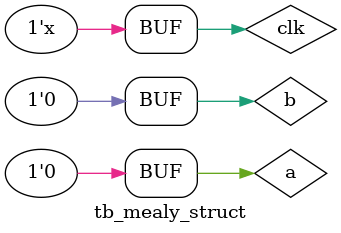
<source format=v>
`timescale 1ms/100 ps

module tb_mealy_struct;

   reg a=0,clk=0,b=0;
   wire s;

   initial
      begin
      // time = 0ns
     //reset = 1;
      a = 0;
      b = 0;
      //en= 1;
        
      // time = 10ns
      #10
     //reset = 0;
      a = 0;
      b = 0;
      //en= 1;
        
      // time = 20ns
      #10
     //reset = 0;
      a = 0;
      b = 1;
      //en= 1;

      // time = 30ns
      #10
     //reset = 0;
      a = 0;
      b = 1;
      //en= 1;

      // time =40ns
      #10 
     //reset = 0;
      a = 1;
      b = 1;
      //en= 1;

      #10
     //reset = 0;
      a = 0;
      b = 1;
      //en= 1;
        
      // time = 70ns
      #10
     //reset = 0;
      a = 1;
      b = 0;
      //en= 1;

      // time = 80ns
      #10
     //reset = 0;
      a = 1;
      b = 1;
      //en= 1;

      // time =90ns
      #10 
     //reset = 0;
      a = 0;
      b = 0;
      //en= 1;
      end

   // set up a free running clock with period 10 ns
   always
      begin
      clk = #5 ~clk;
      end

        
   // instantiate the negator as the unit under test (uut)
   structural_fsm uut(.a(a),.clk(clk),.s(s),.b(b)); 

endmodule
</source>
